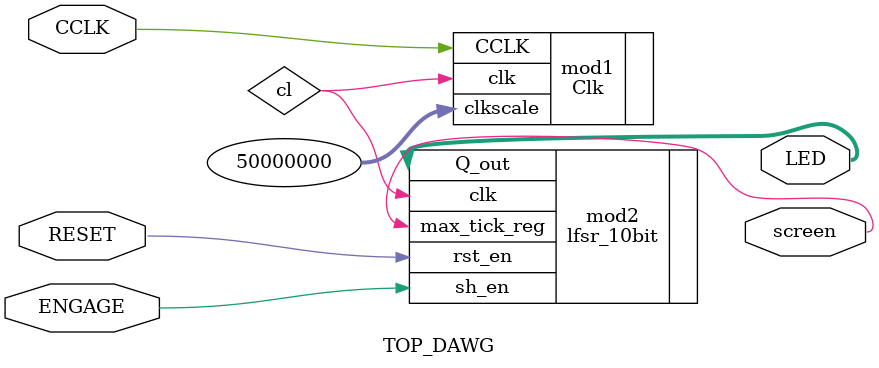
<source format=v>

module TOP_DAWG(
    input CCLK,
    input RESET, ENGAGE,
    output [16:3] LED,
    output screen

    );

    //initing the submodules to generate a bitfile
    wire cl;
    Clk mod1(.CCLK(CCLK), .clkscale(50000000), .clk(cl));
    lfsr_10bit mod2(.clk(cl), .sh_en(ENGAGE), .rst_en(RESET), .Q_out(LED), .max_tick_reg(screen));
    
    
endmodule

</source>
